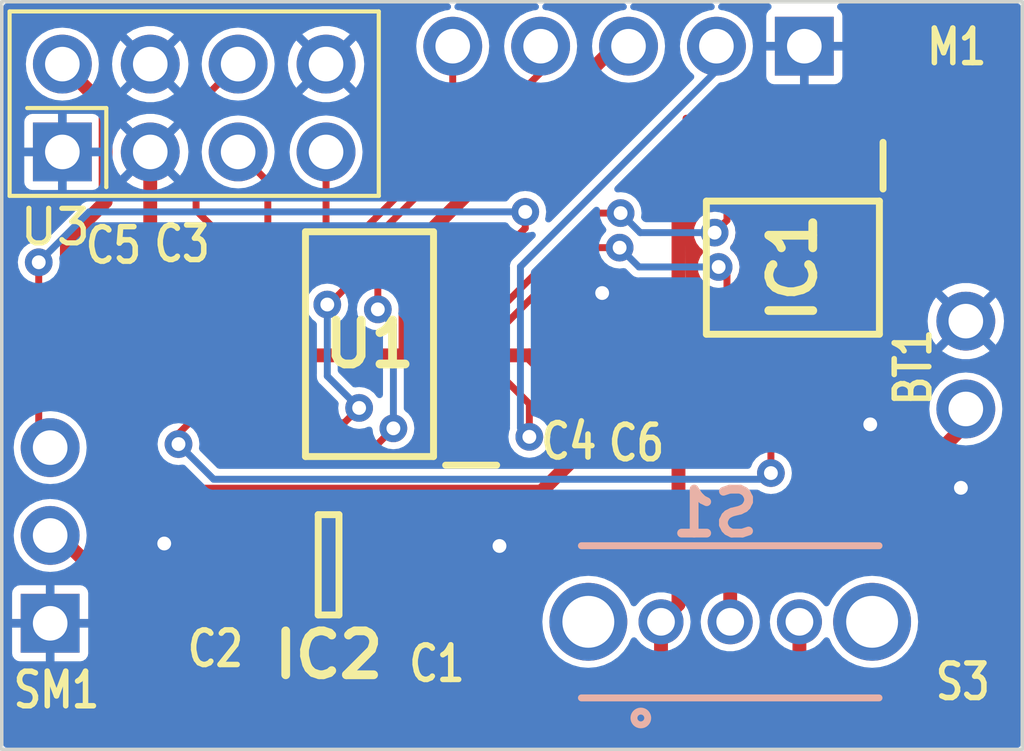
<source format=kicad_pcb>
(kicad_pcb (version 20221018) (generator pcbnew)
  (layers (0 "F.Cu" signal) (31 "B.Cu" signal) (34 "B.Paste" user) (35 "F.Paste" user) (36 "B.SilkS" user "B.Silkscreen") (37 "F.SilkS" user "F.Silkscreen") (38 "B.Mask" user) (39 "F.Mask" user) (44 "Edge.Cuts" user))
  (net 0 "")
  (net 1 "Net-(BT1-+)")
  (net 2 "VR_OUT")
  (net 3 "Motor +")
  (net 4 "Motor -")
  (net 12 "PWM")
  (net 13 "SCK")
  (net 14 "MISO")
  (net 15 "MOSI")
  (net 18 "SYS_SWDIO")
  (net 19 "SYS_SWCLK")
  (net 20 "VCC")
  (net 21 "Net-(S3-BATT+)")
  (net 22 "Motor Forward")
  (net 23 "Motor Reverse")
  (net 24 "Motor Speed")
  (net 25 "GND")
  (net 26 "Net-(C2-Pad1)")
  (net 27 "RST")
  (footprint "Library:ST_Link" (layer "F.Cu") (at 83.6168 35.2298 90)
    (fp_text reference "ST" hide)
    (fp_text value "ST_Link" hide)
    (pad "1" thru_hole rect (at 0 -2.032 90) (size 1.7 1.7) (drill 1) (layers "*.Cu" "*.Mask") (net 25 "GND"))
    (pad "2" thru_hole circle (at 0 -4.572 90) (size 1.7 1.7) (drill 1) (layers "*.Cu" "*.Mask") (net 27 "RST"))
    (pad "3" thru_hole circle (at 0 -7.112 90) (size 1.7 1.7) (drill 1) (layers "*.Cu" "*.Mask") (net 2 "VR_OUT"))
    (pad "4" thru_hole circle (at 0 -9.652 90) (size 1.7 1.7) (drill 1) (layers "*.Cu" "*.Mask") (net 19 "SYS_SWCLK"))
    (pad "5" thru_hole circle (at 0 -12.192 90) (size 1.7 1.7) (drill 1) (layers "*.Cu" "*.Mask") (net 18 "SYS_SWDIO"))
  )
  (footprint "C1uF:CAPC2012X135N" (layer "F.Cu") (at 76.7588 44.5234 90)
    (fp_text reference "C6" (at -2.1816 -0.0254) (layer "F.SilkS") (effects (font (size 1 0.8) (thickness 0.16) bold)))
    (fp_text value "10nF" hide)
    (pad "1" smd roundrect (at -0.81 0 90) (size 0.96 1.39) (layers "F.Cu" "F.Paste" "F.Mask") (net 2 "VR_OUT"))
    (pad "2" smd roundrect (at 0.81 0 90) (size 0.96 1.39) (layers "F.Cu" "F.Paste" "F.Mask") (net 25 "GND"))
  )
  (footprint "C1uF:CAPC2012X135N" (layer "F.Cu") (at 61.6458 43.0756 90)
    (fp_text reference "C5" (at 2.0828 -0.0254 180) (layer "F.SilkS") (effects (font (size 1 0.8) (thickness 0.16) bold)))
    (fp_text value "100nF" hide)
    (pad "1" smd roundrect (at -0.81 0 90) (size 0.96 1.39) (layers "F.Cu" "F.Paste" "F.Mask") (net 2 "VR_OUT"))
    (pad "2" smd roundrect (at 0.81 0 90) (size 0.96 1.39) (layers "F.Cu" "F.Paste" "F.Mask") (net 25 "GND"))
  )
  (footprint "C1uF:CAPC2012X135N" (layer "F.Cu") (at 70.9422 50.848 -90)
    (fp_text reference "C1" (at 2.238 -0.0254) (layer "F.SilkS") (effects (font (size 1 0.8) (thickness 0.16) bold)))
    (fp_text value "1uF" hide)
    (pad "1" smd roundrect (at -0.81 0 270) (size 0.96 1.39) (layers "F.Cu" "F.Paste" "F.Mask") (net 25 "GND"))
    (pad "2" smd roundrect (at 0.81 0 270) (size 0.96 1.39) (layers "F.Cu" "F.Paste" "F.Mask") (net 20 "VCC"))
  )
  (footprint "Library:Servo_Motor" (layer "F.Cu") (at 59.7916 54.9656)
    (fp_text reference "SM1" (at 0.183061 -1.117686 unlocked) (layer "F.SilkS") (effects (font (size 1 0.8) (thickness 0.16) bold)))
    (fp_text value "Motor_Servo" hide)
    (pad "1" thru_hole circle (at 0 -8.128) (size 1.7 1.7) (drill 1) (layers "*.Cu" "*.Mask") (net 12 "PWM"))
    (pad "2" thru_hole circle (at 0 -5.588) (size 1.7 1.7) (drill 1) (layers "*.Cu" "*.Mask") (net 20 "VCC"))
    (pad "3" thru_hole rect (at 0 -3.048) (size 1.7 1.7) (drill 1) (layers "*.Cu" "*.Mask") (net 25 "GND"))
  )
  (footprint "C1uF:CAPC2012X135N" (layer "F.Cu") (at 64.4906 50.4162 -90)
    (fp_text reference "C2" (at 2.238 -0.0762) (layer "F.SilkS") (effects (font (size 1 0.8) (thickness 0.16) bold)))
    (fp_text value "1uF" hide)
    (pad "1" smd roundrect (at -0.81 0 270) (size 0.96 1.39) (layers "F.Cu" "F.Paste" "F.Mask") (net 25 "GND"))
    (pad "2" smd roundrect (at 0.81 0 270) (size 0.96 1.39) (layers "F.Cu" "F.Paste" "F.Mask") (net 2 "VR_OUT"))
  )
  (footprint "Library:Motor_Connection" (layer "F.Cu") (at 85.852 42.672)
    (fp_text reference "M1" (at 0.138 -7.422 unlocked) (layer "F.SilkS") (effects (font (size 1 0.8) (thickness 0.16))))
    (fp_text value "Motor_Connection" hide)
    (pad "1" smd roundrect (at 0 -2.54) (size 2.55 1.7) (layers "F.Cu" "F.Paste" "F.Mask") (net 4 "Motor -"))
    (pad "2" smd roundrect (at 0 -5.588) (size 2.55 1.7) (layers "F.Cu" "F.Paste" "F.Mask") (net 3 "Motor +"))
  )
  (footprint "Library:Battery_Pads" (layer "F.Cu") (at 86.251605 47.752)
    (fp_text reference "BT1" (at -1.524 -3.238498 90 unlocked) (layer "F.SilkS") (effects (font (size 1 0.8) (thickness 0.16) bold)))
    (fp_text value "Battery_Cell" hide)
    (pad "1" thru_hole circle (at 0 -2.032) (size 1.7 1.7) (drill 1) (layers "*.Cu" "*.Mask") (net 1 "Net-(BT1-+)"))
    (pad "2" thru_hole circle (at 0 -4.572) (size 1.7 1.7) (drill 1) (layers "*.Cu" "*.Mask") (net 25 "GND"))
  )
  (footprint "RF_Module:nRF24L01_Breakout" (layer "F.Cu") (at 60.14392 38.287797 90)
    (fp_text reference "U3" (at -2.174894 -0.205019 180) (layer "F.SilkS"))
    (fp_text value "NRF24L01_Breakout" hide)
    (fp_line (start -1.27 -1.524) (end -1.27 -1.524) (stroke (width 0.12)) (layer "F.SilkS"))
    (fp_line (start -1.27 -1.524) (end 4.064 -1.524) (stroke (width 0.12)) (layer "F.SilkS"))
    (fp_line (start -1.27 9.144) (end -1.27 -1.524) (stroke (width 0.12)) (layer "F.SilkS"))
    (fp_line (start -1.27 9.144) (end -1.27 9.144) (stroke (width 0.12)) (layer "F.SilkS"))
    (fp_line (start -1.016 1.27) (end -1.016 1.27) (stroke (width 0.12)) (layer "F.SilkS"))
    (fp_line (start 1.27 -1.016) (end 1.27 1.27) (stroke (width 0.12)) (layer "F.SilkS"))
    (fp_line (start 1.27 1.27) (end -1.016 1.27) (stroke (width 0.12)) (layer "F.SilkS"))
    (fp_line (start 4.064 -1.524) (end 4.064 9.144) (stroke (width 0.12)) (layer "F.SilkS"))
    (fp_line (start 4.064 9.144) (end -1.27 9.144) (stroke (width 0.12)) (layer "F.SilkS"))
    (pad "1" thru_hole rect (at 0 0 90) (size 1.7 1.7) (drill 1) (layers "*.Cu" "*.Mask") (net 25 "GND"))
    (pad "2" thru_hole circle (at 2.54 0 90) (size 1.7 1.7) (drill 1) (layers "*.Cu" "*.Mask") (net 2 "VR_OUT"))
    (pad "3" thru_hole circle (at 0 2.54 90) (size 1.7 1.7) (drill 1) (layers "*.Cu" "*.Mask") (net 25 "GND"))
    (pad "4" thru_hole circle (at 2.54 2.54 90) (size 1.7 1.7) (drill 1) (layers "*.Cu" "*.Mask") (net 25 "GND"))
    (pad "5" thru_hole circle (at 0 5.08 90) (size 1.7 1.7) (drill 1) (layers "*.Cu" "*.Mask") (net 13 "SCK"))
    (pad "6" thru_hole circle (at 2.54 5.08 90) (size 1.7 1.7) (drill 1) (layers "*.Cu" "*.Mask") (net 15 "MOSI"))
    (pad "7" thru_hole circle (at 0 7.62 90) (size 1.7 1.7) (drill 1) (layers "*.Cu" "*.Mask") (net 14 "MISO"))
    (pad "8" thru_hole circle (at 2.54 7.62 90) (size 1.7 1.7) (drill 1) (layers "*.Cu" "*.Mask") (net 25 "GND"))
  )
  (footprint "Library:Battery_Pads" (layer "F.Cu") (at 86.11 54.044)
    (fp_text reference "S3" (at 0.054652 -0.434347 unlocked) (layer "F.SilkS") (effects (font (size 1 0.8) (thickness 0.16) bold)))
    (fp_text value "Li-Ion 18650 battery charging " hide)
    (pad "1" smd roundrect (at 0 -2.032) (size 2.286 1.524) (layers "F.Cu" "F.Paste" "F.Mask") (net 21 "Net-(S3-BATT+)"))
    (pad "2" smd roundrect (at 0 -4.064) (size 2.286 1.524) (layers "F.Cu" "F.Paste" "F.Mask") (net 25 "GND"))
  )
  (footprint "BD6211F-E2:SOIC127P620X171-8N" (layer "F.Cu") (at 81.2546 41.6342 -90)
    (fp_text reference "IC1" (at 0 0 90) (layer "F.SilkS") (effects (font (size 1.27 1.27) (thickness 0.254))))
    (fp_text value "BD6211F-E2" hide)
    (fp_line (start -3.625 -2.605) (end -2.275 -2.605) (stroke (width 0.2)) (layer "F.SilkS"))
    (fp_line (start -1.925 -2.5) (end 1.925 -2.5) (stroke (width 0.2)) (layer "F.SilkS"))
    (fp_line (start -1.925 2.5) (end -1.925 -2.5) (stroke (width 0.2)) (layer "F.SilkS"))
    (fp_line (start 1.925 -2.5) (end 1.925 2.5) (stroke (width 0.2)) (layer "F.SilkS"))
    (fp_line (start 1.925 2.5) (end -1.925 2.5) (stroke (width 0.2)) (layer "F.SilkS"))
    (pad "1" smd rect (at -2.95 -1.905) (size 0.7 1.35) (layers "F.Cu" "F.Paste" "F.Mask") (net 3 "Motor +"))
    (pad "2" smd rect (at -2.95 -0.635) (size 0.7 1.35) (layers "F.Cu" "F.Paste" "F.Mask") (net 20 "VCC"))
    (pad "3" smd rect (at -2.95 0.635) (size 0.7 1.35) (layers "F.Cu" "F.Paste" "F.Mask") (net 20 "VCC"))
    (pad "4" smd rect (at -2.95 1.905) (size 0.7 1.35) (layers "F.Cu" "F.Paste" "F.Mask") (net 22 "Motor Forward"))
    (pad "5" smd rect (at 2.95 1.905) (size 0.7 1.35) (layers "F.Cu" "F.Paste" "F.Mask") (net 23 "Motor Reverse"))
    (pad "6" smd rect (at 2.95 0.635) (size 0.7 1.35) (layers "F.Cu" "F.Paste" "F.Mask") (net 24 "Motor Speed"))
    (pad "7" smd rect (at 2.95 -0.635) (size 0.7 1.35) (layers "F.Cu" "F.Paste" "F.Mask") (net 4 "Motor -"))
    (pad "8" smd rect (at 2.95 -1.905) (size 0.7 1.35) (layers "F.Cu" "F.Paste" "F.Mask") (net 25 "GND"))
  )
  (footprint "C1uF:CAPC2012X135N" (layer "F.Cu") (at 63.627 43.0756 90)
    (fp_text reference "C3" (at 2.1308 -0.0254 180) (layer "F.SilkS") (effects (font (size 1 0.8) (thickness 0.16) bold)))
    (fp_text value "4.7uF" hide)
    (pad "1" smd roundrect (at -0.81 0 90) (size 0.96 1.39) (layers "F.Cu" "F.Paste" "F.Mask") (net 2 "VR_OUT"))
    (pad "2" smd roundrect (at 0.81 0 90) (size 0.96 1.39) (layers "F.Cu" "F.Paste" "F.Mask") (net 25 "GND"))
  )
  (footprint "STM32F070F6P6:SOP65P640X120-20N" (layer "F.Cu") (at 69.019593 43.845272 180)
    (fp_text reference "U1" (at 0 0) (layer "F.SilkS") (effects (font (size 1.27 1.27) (thickness 0.254))))
    (fp_text value "STM32F070F6P6" hide)
    (fp_line (start -3.675 -3.5) (end -2.2 -3.5) (stroke (width 0.2)) (layer "F.SilkS"))
    (fp_line (start -1.85 -3.25) (end 1.85 -3.25) (stroke (width 0.2)) (layer "F.SilkS"))
    (fp_line (start -1.85 3.25) (end -1.85 -3.25) (stroke (width 0.2)) (layer "F.SilkS"))
    (fp_line (start 1.85 -3.25) (end 1.85 3.25) (stroke (width 0.2)) (layer "F.SilkS"))
    (fp_line (start 1.85 3.25) (end -1.85 3.25) (stroke (width 0.2)) (layer "F.SilkS"))
    (pad "1" smd rect (at -2.938 -2.925 270) (size 0.45 1.475) (layers "F.Cu" "F.Paste" "F.Mask"))
    (pad "2" smd rect (at -2.938 -2.275 270) (size 0.45 1.475) (layers "F.Cu" "F.Paste" "F.Mask"))
    (pad "3" smd rect (at -2.938 -1.625 270) (size 0.45 1.475) (layers "F.Cu" "F.Paste" "F.Mask"))
    (pad "4" smd rect (at -2.938 -0.975 270) (size 0.45 1.475) (layers "F.Cu" "F.Paste" "F.Mask") (net 27 "RST"))
    (pad "5" smd rect (at -2.938 -0.325 270) (size 0.45 1.475) (layers "F.Cu" "F.Paste" "F.Mask") (net 2 "VR_OUT"))
    (pad "6" smd rect (at -2.938 0.325 270) (size 0.45 1.475) (layers "F.Cu" "F.Paste" "F.Mask") (net 23 "Motor Reverse"))
    (pad "7" smd rect (at -2.938 0.975 270) (size 0.45 1.475) (layers "F.Cu" "F.Paste" "F.Mask") (net 22 "Motor Forward"))
    (pad "8" smd rect (at -2.938 1.625 270) (size 0.45 1.475) (layers "F.Cu" "F.Paste" "F.Mask"))
    (pad "9" smd rect (at -2.938 2.275 270) (size 0.45 1.475) (layers "F.Cu" "F.Paste" "F.Mask"))
    (pad "10" smd rect (at -2.938 2.925 270) (size 0.45 1.475) (layers "F.Cu" "F.Paste" "F.Mask") (net 12 "PWM"))
    (pad "11" smd rect (at 2.938 2.925 270) (size 0.45 1.475) (layers "F.Cu" "F.Paste" "F.Mask") (net 13 "SCK"))
    (pad "12" smd rect (at 2.938 2.275 270) (size 0.45 1.475) (layers "F.Cu" "F.Paste" "F.Mask") (net 14 "MISO"))
    (pad "13" smd rect (at 2.938 1.625 270) (size 0.45 1.475) (layers "F.Cu" "F.Paste" "F.Mask") (net 15 "MOSI"))
    (pad "14" smd rect (at 2.938 0.975 270) (size 0.45 1.475) (layers "F.Cu" "F.Paste" "F.Mask"))
    (pad "15" smd rect (at 2.938 0.325 270) (size 0.45 1.475) (layers "F.Cu" "F.Paste" "F.Mask") (net 25 "GND"))
    (pad "16" smd rect (at 2.938 -0.325 270) (size 0.45 1.475) (layers "F.Cu" "F.Paste" "F.Mask") (net 2 "VR_OUT"))
    (pad "17" smd rect (at 2.938 -0.975 270) (size 0.45 1.475) (layers "F.Cu" "F.Paste" "F.Mask") (net 24 "Motor Speed"))
    (pad "18" smd rect (at 2.938 -1.625 270) (size 0.45 1.475) (layers "F.Cu" "F.Paste" "F.Mask"))
    (pad "19" smd rect (at 2.938 -2.275 270) (size 0.45 1.475) (layers "F.Cu" "F.Paste" "F.Mask") (net 18 "SYS_SWDIO"))
    (pad "20" smd rect (at 2.938 -2.925 270) (size 0.45 1.475) (layers "F.Cu" "F.Paste" "F.Mask") (net 19 "SYS_SWCLK"))
  )
  (footprint "C1uF:CAPC2012X135N" (layer "F.Cu") (at 74.803 44.5234 90)
    (fp_text reference "C4" (at -2.1336 -0.0226) (layer "F.SilkS") (effects (font (size 1 0.8) (thickness 0.16) bold)))
    (fp_text value "1uF" hide)
    (pad "1" smd roundrect (at -0.81 0 90) (size 0.96 1.39) (layers "F.Cu" "F.Paste" "F.Mask") (net 2 "VR_OUT"))
    (pad "2" smd roundrect (at 0.81 0 90) (size 0.96 1.39) (layers "F.Cu" "F.Paste" "F.Mask") (net 25 "GND"))
  )
  (footprint "MIC5504-3.3YM5-TR:SOT95P280X145-5N" (layer "F.Cu") (at 67.838 50.226 180)
    (fp_text reference "IC2" (at 0 -2.606) (layer "F.SilkS") (effects (font (size 1.27 1.27) (thickness 0.254))))
    (fp_text value "MIC5504-3.3YM5-TR" hide)
    (fp_line (start -0.3 -1.45) (end 0.3 -1.45) (stroke (width 0.2)) (layer "F.SilkS"))
    (fp_line (start -0.3 1.45) (end -0.3 -1.45) (stroke (width 0.2)) (layer "F.SilkS"))
    (fp_line (start 0.3 -1.45) (end 0.3 1.45) (stroke (width 0.2)) (layer "F.SilkS"))
    (fp_line (start 0.3 1.45) (end -0.3 1.45) (stroke (width 0.2)) (layer "F.SilkS"))
    (pad "1" smd rect (at -1.25 -0.95 270) (size 0.6 1.2) (layers "F.Cu" "F.Paste" "F.Mask") (net 20 "VCC"))
    (pad "2" smd rect (at -1.25 0 270) (size 0.6 1.2) (layers "F.Cu" "F.Paste" "F.Mask") (net 25 "GND"))
    (pad "3" smd rect (at -1.25 0.95 270) (size 0.6 1.2) (layers "F.Cu" "F.Paste" "F.Mask"))
    (pad "4" smd rect (at 1.25 0.95 270) (size 0.6 1.2) (layers "F.Cu" "F.Paste" "F.Mask"))
    (pad "5" smd rect (at 1.25 -0.95 270) (size 0.6 1.2) (layers "F.Cu" "F.Paste" "F.Mask") (net 2 "VR_OUT"))
  )
  (footprint "OS102011MS2QN1:OS102011MA1QN1" (layer "B.Cu") (at 79.443517 51.874862)
    (fp_text reference "S1" (at -0.437518 -3.139919 180) (layer "B.SilkS") (effects (font (size 1.27 1.27) (thickness 0.254)) (justify mirror)))
    (fp_text value "OS102011MS2QN1" hide)
    (fp_line (start -4.3 -2.2) (end 4.3 -2.2) (stroke (width 0.2)) (layer "B.SilkS"))
    (fp_line (start -4.3 2.2) (end 4.3 2.2) (stroke (width 0.2)) (layer "B.SilkS"))
    (fp_circle (center -2.583 2.781) (end -2.583 2.68172) (stroke (width 0.2)) (fill none) (layer "B.SilkS"))
    (pad "1" thru_hole circle (at -2 0) (size 1.3 1.3) (drill 0.8) (layers "*.Cu" "*.Mask") (net 20 "VCC"))
    (pad "2" thru_hole circle (at 0 0) (size 1.3 1.3) (drill 0.8) (layers "*.Cu" "*.Mask") (net 1 "Net-(BT1-+)"))
    (pad "3" thru_hole circle (at 2 0) (size 1.3 1.3) (drill 0.8) (layers "*.Cu" "*.Mask") (net 21 "Net-(S3-BATT+)"))
    (pad "4" thru_hole circle (at -4.1 0) (size 2.25 2.25) (drill 1.5) (layers "*.Cu" "*.Mask"))
    (pad "5" thru_hole circle (at 4.1 0) (size 2.25 2.25) (drill 1.5) (layers "*.Cu" "*.Mask"))
  )
  (gr_rect (start 58.392 33.944) (end 87.884 55.566) (stroke (width 0.1)) (fill none) (layer "Edge.Cuts"))
  (segment (start 80.238805 49.66) (end 79.443517 50.455288) (width 0.4) (layer "F.Cu") (net 1))
  (segment (start 79.443517 50.455288) (end 79.443517 51.874862) (width 0.4) (layer "F.Cu") (net 1))
  (segment (start 86.251605 45.72) (end 86.251605 46.168923) (width 0.4) (layer "F.Cu") (net 1))
  (segment (start 82.760528 49.66) (end 80.238805 49.66) (width 0.4) (layer "F.Cu") (net 1))
  (segment (start 86.251605 46.168923) (end 82.760528 49.66) (width 0.4) (layer "F.Cu") (net 1))
  (segment (start 73.639872 44.170272) (end 74.803 45.3334) (width 0.4) (layer "F.Cu") (net 2))
  (segment (start 61.39392 36.997797) (end 61.39392 39.72348) (width 0.4) (layer "F.Cu") (net 2))
  (segment (start 63.627 43.8856) (end 61.6458 43.8856) (width 0.4) (layer "F.Cu") (net 2))
  (segment (start 62.743879 51.2262) (end 64.4906 51.2262) (width 0.4) (layer "F.Cu") (net 2))
  (segment (start 76.1238 35.2298) (end 71.058328 40.295272) (width 0.4) (layer "F.Cu") (net 2))
  (segment (start 61.976 50.458321) (end 62.743879 51.2262) (width 0.4) (layer "F.Cu") (net 2))
  (segment (start 73.981636 48.110564) (end 76.7588 45.3334) (width 0.4) (layer "F.Cu") (net 2))
  (segment (start 61.976 46.4566) (end 61.976 50.458321) (width 0.4) (layer "F.Cu") (net 2))
  (segment (start 66.081593 44.170272) (end 63.911672 44.170272) (width 0.4) (layer "F.Cu") (net 2))
  (segment (start 60.2742 44.7548) (end 61.976 46.4566) (width 0.4) (layer "F.Cu") (net 2))
  (segment (start 61.6458 43.8856) (end 60.3306 43.8856) (width 0.4) (layer "F.Cu") (net 2))
  (segment (start 64.4906 51.2262) (end 66.5378 51.2262) (width 0.4) (layer "F.Cu") (net 2))
  (segment (start 76.5048 35.2298) (end 76.1238 35.2298) (width 0.4) (layer "F.Cu") (net 2))
  (segment (start 60.2742 43.942) (end 60.2742 44.7548) (width 0.4) (layer "F.Cu") (net 2))
  (segment (start 74.803 45.3334) (end 76.7588 45.3334) (width 0.4) (layer "F.Cu") (net 2))
  (segment (start 62.004364 48.110564) (end 73.981636 48.110564) (width 0.4) (layer "F.Cu") (net 2))
  (segment (start 61.39392 39.72348) (end 60.2742 40.8432) (width 0.4) (layer "F.Cu") (net 2))
  (segment (start 70.06 41.289679) (end 70.06 44.100544) (width 0.4) (layer "F.Cu") (net 2))
  (segment (start 69.990272 44.170272) (end 66.081593 44.170272) (width 0.4) (layer "F.Cu") (net 2))
  (segment (start 71.957593 44.170272) (end 72.969571 44.170272) (width 0.4) (layer "F.Cu") (net 2))
  (segment (start 70.06 44.100544) (end 70.129728 44.170272) (width 0.4) (layer "F.Cu") (net 2))
  (segment (start 73.052311 44.170272) (end 73.639872 44.170272) (width 0.4) (layer "F.Cu") (net 2))
  (segment (start 70.06 44.100544) (end 69.990272 44.170272) (width 0.4) (layer "F.Cu") (net 2))
  (segment (start 60.2742 40.8432) (end 60.2742 43.942) (width 0.4) (layer "F.Cu") (net 2))
  (segment (start 60.14392 35.747797) (end 61.39392 36.997797) (width 0.4) (layer "F.Cu") (net 2))
  (segment (start 71.058328 40.295272) (end 71.054407 40.295272) (width 0.4) (layer "F.Cu") (net 2))
  (segment (start 70.129728 44.170272) (end 71.957593 44.170272) (width 0.4) (layer "F.Cu") (net 2))
  (segment (start 71.054407 40.295272) (end 70.06 41.289679) (width 0.4) (layer "F.Cu") (net 2))
  (segment (start 63.911672 44.170272) (end 63.627 43.8856) (width 0.4) (layer "F.Cu") (net 2))
  (segment (start 60.3306 43.8856) (end 60.2742 43.942) (width 0.4) (layer "F.Cu") (net 2))
  (segment (start 66.5378 51.2262) (end 66.588 51.176) (width 0.4) (layer "F.Cu") (net 2))
  (segment (start 83.1596 38.4302) (end 84.5058 37.084) (width 0.4) (layer "F.Cu") (net 3))
  (segment (start 83.1596 38.6842) (end 83.1596 38.4302) (width 0.4) (layer "F.Cu") (net 3))
  (segment (start 84.5058 37.084) (end 85.852 37.084) (width 0.4) (layer "F.Cu") (net 3))
  (segment (start 83.947 46.9646) (end 84.5312 46.3804) (width 0.4) (layer "F.Cu") (net 4))
  (segment (start 84.5312 41.4528) (end 85.852 40.132) (width 0.4) (layer "F.Cu") (net 4))
  (segment (start 81.8896 44.5842) (end 81.8896 45.9994) (width 0.4) (layer "F.Cu") (net 4))
  (segment (start 82.8548 46.9646) (end 83.947 46.9646) (width 0.4) (layer "F.Cu") (net 4))
  (segment (start 81.8896 45.9994) (end 82.8548 46.9646) (width 0.4) (layer "F.Cu") (net 4))
  (segment (start 84.5312 46.3804) (end 84.5312 41.4528) (width 0.4) (layer "F.Cu") (net 4))
  (segment (start 73.520265 40.02152) (end 73.520265 40.493269) (width 0.2) (layer "F.Cu") (net 12))
  (segment (start 73.093262 40.920272) (end 71.957593 40.920272) (width 0.2) (layer "F.Cu") (net 12))
  (segment (start 59.4614 46.5074) (end 59.7916 46.8376) (width 0.2) (layer "F.Cu") (net 12))
  (segment (start 59.4614 41.4782) (end 59.4614 46.5074) (width 0.2) (layer "F.Cu") (net 12))
  (segment (start 73.520265 40.493269) (end 73.093262 40.920272) (width 0.2) (layer "F.Cu") (net 12))
  (via (at 59.4614 41.4782) (size 0.8) (drill 0.4) (layers "F.Cu" "B.Cu") (net 12))
  (via (at 73.520265 40.02152) (size 0.8) (drill 0.4) (layers "F.Cu" "B.Cu") (net 12))
  (segment (start 59.4614 41.4782) (end 60.91808 40.02152) (width 0.2) (layer "B.Cu") (net 12))
  (segment (start 60.91808 40.02152) (end 73.520265 40.02152) (width 0.2) (layer "B.Cu") (net 12))
  (segment (start 66.081593 39.14547) (end 66.081593 40.920272) (width 0.2) (layer "F.Cu") (net 13))
  (segment (start 65.22392 38.287797) (end 66.081593 39.14547) (width 0.2) (layer "F.Cu") (net 13))
  (segment (start 67.76392 41.383102) (end 67.76392 38.287797) (width 0.2) (layer "F.Cu") (net 14))
  (segment (start 67.57675 41.570272) (end 67.76392 41.383102) (width 0.2) (layer "F.Cu") (net 14))
  (segment (start 66.081593 41.570272) (end 67.57675 41.570272) (width 0.2) (layer "F.Cu") (net 14))
  (segment (start 65.044093 41.015693) (end 65.044093 41.919536) (width 0.2) (layer "F.Cu") (net 15))
  (segment (start 65.344829 42.220272) (end 66.081593 42.220272) (width 0.2) (layer "F.Cu") (net 15))
  (segment (start 64.008 39.9796) (end 65.044093 41.015693) (width 0.2) (layer "F.Cu") (net 15))
  (segment (start 64.008 36.963717) (end 64.008 39.9796) (width 0.2) (layer "F.Cu") (net 15))
  (segment (start 65.22392 35.747797) (end 64.008 36.963717) (width 0.2) (layer "F.Cu") (net 15))
  (segment (start 65.044093 41.919536) (end 65.344829 42.220272) (width 0.2) (layer "F.Cu") (net 15))
  (segment (start 68.8605 41.685029) (end 67.845529 42.7) (width 0.2) (layer "F.Cu") (net 18))
  (segment (start 68.8605 40.532181) (end 68.8605 41.685029) (width 0.2) (layer "F.Cu") (net 18))
  (segment (start 71.4248 37.96788) (end 68.8605 40.532181) (width 0.2) (layer "F.Cu") (net 18))
  (segment (start 68.289728 46.120272) (end 66.081593 46.120272) (width 0.2) (layer "F.Cu") (net 18))
  (segment (start 71.4248 35.2298) (end 71.4248 37.96788) (width 0.2) (layer "F.Cu") (net 18))
  (segment (start 67.845529 42.7) (end 67.8 42.7) (width 0.2) (layer "F.Cu") (net 18))
  (segment (start 68.72 45.69) (end 68.289728 46.120272) (width 0.2) (layer "F.Cu") (net 18))
  (via (at 68.72 45.69) (size 0.8) (drill 0.4) (layers "F.Cu" "B.Cu") (net 18))
  (via (at 67.8 42.7) (size 0.8) (drill 0.4) (layers "F.Cu" "B.Cu") (net 18))
  (segment (start 67.8 44.77) (end 68.72 45.69) (width 0.2) (layer "B.Cu") (net 18))
  (segment (start 67.8 42.7) (end 67.8 44.77) (width 0.2) (layer "B.Cu") (net 18))
  (segment (start 73.9648 35.2298) (end 73.9648 35.993566) (width 0.2) (layer "F.Cu") (net 19))
  (segment (start 73.9648 35.993566) (end 69.2605 40.697866) (width 0.2) (layer "F.Cu") (net 19))
  (segment (start 69.219728 46.770272) (end 66.081593 46.770272) (width 0.2) (layer "F.Cu") (net 19))
  (segment (start 69.2605 40.697866) (end 69.2605 42.84) (width 0.2) (layer "F.Cu") (net 19))
  (segment (start 69.71 46.28) (end 69.219728 46.770272) (width 0.2) (layer "F.Cu") (net 19))
  (via (at 69.71 46.28) (size 0.8) (drill 0.4) (layers "F.Cu" "B.Cu") (net 19))
  (via (at 69.2605 42.84) (size 0.8) (drill 0.4) (layers "F.Cu" "B.Cu") (net 19))
  (segment (start 69.71 43.2895) (end 69.71 46.28) (width 0.2) (layer "B.Cu") (net 19))
  (segment (start 69.2605 42.84) (end 69.71 43.2895) (width 0.2) (layer "B.Cu") (net 19))
  (segment (start 65.202951 54.5338) (end 60.046751 49.3776) (width 0.4) (layer "F.Cu") (net 20))
  (segment (start 70.9422 51.658) (end 70.9422 54.356) (width 0.4) (layer "F.Cu") (net 20))
  (segment (start 77.948391 37.901009) (end 77.948391 51.369988) (width 0.4) (layer "F.Cu") (net 20))
  (segment (start 81.8896 38.6842) (end 81.8896 37.2618) (width 0.4) (layer "F.Cu") (net 20))
  (segment (start 81.7372 37.1094) (end 79.7198 37.1094) (width 0.4) (layer "F.Cu") (net 20))
  (segment (start 76.246392 54.5338) (end 71.12 54.5338) (width 0.4) (layer "F.Cu") (net 20))
  (segment (start 77.443517 53.336675) (end 76.246392 54.5338) (width 0.4) (layer "F.Cu") (net 20))
  (segment (start 69.088 51.176) (end 70.4602 51.176) (width 0.4) (layer "F.Cu") (net 20))
  (segment (start 81.8896 37.2618) (end 81.7372 37.1094) (width 0.4) (layer "F.Cu") (net 20))
  (segment (start 79.7198 37.1094) (end 80.6196 38.0092) (width 0.4) (layer "F.Cu") (net 20))
  (segment (start 70.4602 51.176) (end 70.9422 51.658) (width 0.4) (layer "F.Cu") (net 20))
  (segment (start 77.443517 51.874862) (end 77.443517 53.336675) (width 0.4) (layer "F.Cu") (net 20))
  (segment (start 60.046751 49.3776) (end 59.7916 49.3776) (width 0.4) (layer "F.Cu") (net 20))
  (segment (start 77.948391 51.369988) (end 77.443517 51.874862) (width 0.4) (layer "F.Cu") (net 20))
  (segment (start 78.74 37.1094) (end 77.948391 37.901009) (width 0.4) (layer "F.Cu") (net 20))
  (segment (start 70.9422 54.356) (end 71.12 54.5338) (width 0.4) (layer "F.Cu") (net 20))
  (segment (start 79.7198 37.1094) (end 78.74 37.1094) (width 0.4) (layer "F.Cu") (net 20))
  (segment (start 80.6196 38.0092) (end 80.6196 38.6842) (width 0.4) (layer "F.Cu") (net 20))
  (segment (start 71.12 54.5338) (end 65.202951 54.5338) (width 0.4) (layer "F.Cu") (net 20))
  (segment (start 82.43088 54.132074) (end 83.989926 54.132074) (width 0.4) (layer "F.Cu") (net 21))
  (segment (start 83.989926 54.132074) (end 86.11 52.012) (width 0.4) (layer "F.Cu") (net 21))
  (segment (start 81.443517 51.874862) (end 81.443517 53.144711) (width 0.4) (layer "F.Cu") (net 21))
  (segment (start 81.443517 53.144711) (end 82.43088 54.132074) (width 0.4) (layer "F.Cu") (net 21))
  (segment (start 75.565 40.0558) (end 72.750528 42.870272) (width 0.2) (layer "F.Cu") (net 22))
  (segment (start 78.99264 40.620812) (end 79.3496 40.263852) (width 0.2) (layer "F.Cu") (net 22))
  (segment (start 76.2762 40.0558) (end 75.565 40.0558) (width 0.2) (layer "F.Cu") (net 22))
  (segment (start 72.750528 42.870272) (end 71.957593 42.870272) (width 0.2) (layer "F.Cu") (net 22))
  (segment (start 79.3496 40.263852) (end 79.3496 38.6842) (width 0.2) (layer "F.Cu") (net 22))
  (via (at 76.2762 40.0558) (size 0.8) (drill 0.4) (layers "F.Cu" "B.Cu") (net 22))
  (via (at 78.99264 40.620812) (size 0.8) (drill 0.4) (layers "F.Cu" "B.Cu") (net 22))
  (segment (start 76.841212 40.620812) (end 78.99264 40.620812) (width 0.2) (layer "B.Cu") (net 22))
  (segment (start 76.2762 40.0558) (end 76.841212 40.620812) (width 0.2) (layer "B.Cu") (net 22))
  (segment (start 72.695093 43.520272) (end 71.957593 43.520272) (width 0.2) (layer "F.Cu") (net 23))
  (segment (start 79.108428 41.613585) (end 79.3496 41.854757) (width 0.2) (layer "F.Cu") (net 23))
  (segment (start 76.247654 41.054895) (end 75.16047 41.054895) (width 0.2) (layer "F.Cu") (net 23))
  (segment (start 75.16047 41.054895) (end 72.695093 43.520272) (width 0.2) (layer "F.Cu") (net 23))
  (segment (start 79.3496 41.854757) (end 79.3496 44.5842) (width 0.2) (layer "F.Cu") (net 23))
  (via (at 76.247654 41.054895) (size 0.8) (drill 0.4) (layers "F.Cu" "B.Cu") (net 23))
  (via (at 79.108428 41.613585) (size 0.8) (drill 0.4) (layers "F.Cu" "B.Cu") (net 23))
  (segment (start 76.806344 41.613585) (end 79.108428 41.613585) (width 0.2) (layer "B.Cu") (net 23))
  (segment (start 76.247654 41.054895) (end 76.806344 41.613585) (width 0.2) (layer "B.Cu") (net 23))
  (segment (start 65.116303 44.820272) (end 66.081593 44.820272) (width 0.2) (layer "F.Cu") (net 24))
  (segment (start 63.5 46.736) (end 63.5 46.436575) (width 0.2) (layer "F.Cu") (net 24))
  (segment (start 80.6196 47.5742) (end 80.6196 44.5842) (width 0.2) (layer "F.Cu") (net 24))
  (segment (start 63.5 46.436575) (end 65.116303 44.820272) (width 0.2) (layer "F.Cu") (net 24))
  (via (at 63.5 46.736) (size 0.8) (drill 0.4) (layers "F.Cu" "B.Cu") (net 24))
  (via (at 80.6196 47.5742) (size 0.8) (drill 0.4) (layers "F.Cu" "B.Cu") (net 24))
  (segment (start 64.516 47.752) (end 63.5 46.736) (width 0.2) (layer "B.Cu") (net 24))
  (segment (start 80.6196 47.5742) (end 80.4418 47.752) (width 0.2) (layer "B.Cu") (net 24))
  (segment (start 80.4418 47.752) (end 64.516 47.752) (width 0.2) (layer "B.Cu") (net 24))
  (segment (start 75.2856 42.3672) (end 74.803 42.8498) (width 0.4) (layer "F.Cu") (net 25))
  (segment (start 69.088 50.226) (end 70.7542 50.226) (width 0.4) (layer "F.Cu") (net 25))
  (segment (start 76.327 42.3672) (end 76.7588 42.799) (width 0.4) (layer "F.Cu") (net 25))
  (segment (start 66.081593 43.520272) (end 64.881672 43.520272) (width 0.4) (layer "F.Cu") (net 25))
  (segment (start 75.7428 42.3672) (end 75.2856 42.3672) (width 0.4) (layer "F.Cu") (net 25))
  (segment (start 62.68392 41.32252) (end 62.68392 41.22748) (width 0.4) (layer "F.Cu") (net 25))
  (segment (start 64.881672 43.520272) (end 64.643 43.2816) (width 0.4) (layer "F.Cu") (net 25))
  (segment (start 86.11 49.98) (end 86.11 48) (width 0.4) (layer "F.Cu") (net 25))
  (segment (start 75.7428 42.3672) (end 76.327 42.3672) (width 0.4) (layer "F.Cu") (net 25))
  (segment (start 62.68392 41.22748) (end 62.68392 38.287797) (width 0.4) (layer "F.Cu") (net 25))
  (segment (start 63.091995 49.6062) (end 63.08771 49.610485) (width 0.25) (layer "F.Cu") (net 25))
  (segment (start 72.419948 50.038) (end 72.775806 49.682142) (width 0.25) (layer "F.Cu") (net 25))
  (segment (start 74.803 42.8498) (end 74.803 43.7134) (width 0.4) (layer "F.Cu") (net 25))
  (segment (start 83.1596 44.5842) (end 83.1596 45.8349) (width 0.4) (layer "F.Cu") (net 25))
  (segment (start 64.4906 49.6062) (end 63.091995 49.6062) (width 0.25) (layer "F.Cu") (net 25))
  (segment (start 70.7542 50.226) (end 70.9422 50.038) (width 0.4) (layer "F.Cu") (net 25))
  (segment (start 63.627 42.2656) (end 62.68392 41.32252) (width 0.4) (layer "F.Cu") (net 25))
  (segment (start 83.1596 45.8349) (end 83.4898 46.1651) (width 0.4) (layer "F.Cu") (net 25))
  (segment (start 76.7588 42.799) (end 76.7588 43.7134) (width 0.4) (layer "F.Cu") (net 25))
  (segment (start 64.643 43.2816) (end 63.627 42.2656) (width 0.4) (layer "F.Cu") (net 25))
  (segment (start 70.9422 50.038) (end 72.419948 50.038) (width 0.25) (layer "F.Cu") (net 25))
  (segment (start 61.6458 42.2656) (end 62.68392 41.22748) (width 0.4) (layer "F.Cu") (net 25))
  (via (at 75.7428 42.3672) (size 0.8) (drill 0.4) (layers "F.Cu" "B.Cu") (net 25))
  (via (at 72.775806 49.682142) (size 0.8) (drill 0.4) (layers "F.Cu" "B.Cu") (net 25))
  (via (at 83.4898 46.1651) (size 0.8) (drill 0.4) (layers "F.Cu" "B.Cu") (net 25))
  (via (at 86.11 48) (size 0.8) (drill 0.4) (layers "F.Cu" "B.Cu") (net 25))
  (via (at 63.08771 49.610485) (size 0.8) (drill 0.4) (layers "F.Cu" "B.Cu") (net 25))
  (segment (start 72.888446 44.820272) (end 73.638567 45.570393) (width 0.2) (layer "F.Cu") (net 27))
  (segment (start 71.957593 44.820272) (end 72.888446 44.820272) (width 0.2) (layer "F.Cu") (net 27))
  (segment (start 73.638567 45.570393) (end 73.638567 46.525827) (width 0.2) (layer "F.Cu") (net 27))
  (via (at 73.638567 46.525827) (size 0.8) (drill 0.4) (layers "F.Cu" "B.Cu") (net 27))
  (segment (start 79.0448 35.2298) (end 79.0448 35.941) (width 0.2) (layer "B.Cu") (net 27))
  (segment (start 73.3806 46.26786) (end 73.638567 46.525827) (width 0.2) (layer "B.Cu") (net 27))
  (segment (start 79.0448 35.941) (end 73.3806 41.6052) (width 0.2) (layer "B.Cu") (net 27))
  (segment (start 73.3806 41.6052) (end 73.3806 46.26786) (width 0.2) (layer "B.Cu") (net 27))
  (zone (net 20) (net_name "VCC") (layer "F.Cu") (priority 1) (connect_pads (clearance 0.2)) (min_thickness 0.2) (fill yes (thermal_gap 0.25) (thermal_bridge_width 0.25))
    (polygon (pts (xy 78.062836 37.182265) (xy 78.256311 47.081751) (xy 84.189554 46.85603) (xy 84.157308 37.182265) (xy 78.03059 37.214511) (xy 78.74 38.1)))
  )
  (zone (net 25) (net_name "GND") (layer "F.Cu") (priority 3) (connect_pads (clearance 0.15)) (min_thickness 0.15) (fill yes (thermal_gap 0.15) (thermal_bridge_width 0.15))
    (polygon (pts (xy 63.5 48.4632) (xy 63.596478 54.776991) (xy 73.549708 54.769827) (xy 73.474467 48.510542) (xy 71.170678 48.449633)))
  )
  (zone (net 25) (net_name "GND") (layer "B.Cu") (connect_pads thru_hole_only (clearance 0.2)) (min_thickness 0.2) (fill yes (thermal_gap 0.25) (thermal_bridge_width 0.25))
    (polygon (pts (xy 58.44 33.99) (xy 58.44 55.52) (xy 87.84 55.52) (xy 87.84 33.99)))
  )
)
</source>
